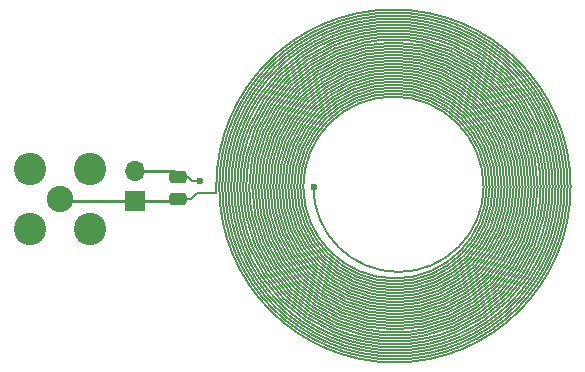
<source format=gbr>
%TF.GenerationSoftware,KiCad,Pcbnew,8.0.1*%
%TF.CreationDate,2024-06-16T17:47:39-07:00*%
%TF.ProjectId,eddy_pcb_coil,65646479-5f70-4636-925f-636f696c2e6b,rev?*%
%TF.SameCoordinates,Original*%
%TF.FileFunction,Copper,L1,Top*%
%TF.FilePolarity,Positive*%
%FSLAX46Y46*%
G04 Gerber Fmt 4.6, Leading zero omitted, Abs format (unit mm)*
G04 Created by KiCad (PCBNEW 8.0.1) date 2024-06-16 17:47:39*
%MOMM*%
%LPD*%
G01*
G04 APERTURE LIST*
G04 Aperture macros list*
%AMRoundRect*
0 Rectangle with rounded corners*
0 $1 Rounding radius*
0 $2 $3 $4 $5 $6 $7 $8 $9 X,Y pos of 4 corners*
0 Add a 4 corners polygon primitive as box body*
4,1,4,$2,$3,$4,$5,$6,$7,$8,$9,$2,$3,0*
0 Add four circle primitives for the rounded corners*
1,1,$1+$1,$2,$3*
1,1,$1+$1,$4,$5*
1,1,$1+$1,$6,$7*
1,1,$1+$1,$8,$9*
0 Add four rect primitives between the rounded corners*
20,1,$1+$1,$2,$3,$4,$5,0*
20,1,$1+$1,$4,$5,$6,$7,0*
20,1,$1+$1,$6,$7,$8,$9,0*
20,1,$1+$1,$8,$9,$2,$3,0*%
G04 Aperture macros list end*
%TA.AperFunction,EtchedComponent*%
%ADD10C,0.127000*%
%TD*%
%TA.AperFunction,ComponentPad*%
%ADD11R,1.700000X1.700000*%
%TD*%
%TA.AperFunction,ComponentPad*%
%ADD12O,1.700000X1.700000*%
%TD*%
%TA.AperFunction,ComponentPad*%
%ADD13C,0.600000*%
%TD*%
%TA.AperFunction,SMDPad,CuDef*%
%ADD14RoundRect,0.031750X0.476250X0.031750X-0.476250X0.031750X-0.476250X-0.031750X0.476250X-0.031750X0*%
%TD*%
%TA.AperFunction,ComponentPad*%
%ADD15C,2.240000*%
%TD*%
%TA.AperFunction,ComponentPad*%
%ADD16C,2.740000*%
%TD*%
%TA.AperFunction,SMDPad,CuDef*%
%ADD17RoundRect,0.250000X0.475000X-0.250000X0.475000X0.250000X-0.475000X0.250000X-0.475000X-0.250000X0*%
%TD*%
%TA.AperFunction,ViaPad*%
%ADD18C,0.600000*%
%TD*%
%TA.AperFunction,Conductor*%
%ADD19C,0.254000*%
%TD*%
%TA.AperFunction,Conductor*%
%ADD20C,0.127000*%
%TD*%
G04 APERTURE END LIST*
D10*
%TO.C,L1*%
X148627200Y-67979800D02*
X148127200Y-67979800D01*
X148627200Y-67479800D02*
X148627200Y-67979800D01*
X178627200Y-67479800D02*
G75*
G02*
X148881200Y-67479800I-14873000J0D01*
G01*
X178373200Y-67479800D02*
G75*
G02*
X149135200Y-67479800I-14619000J0D01*
G01*
X178119200Y-67479800D02*
G75*
G02*
X149389200Y-67479800I-14365000J0D01*
G01*
X177865200Y-67479800D02*
G75*
G02*
X149643200Y-67479800I-14111000J0D01*
G01*
X177611200Y-67479800D02*
G75*
G02*
X149897200Y-67479800I-13857000J0D01*
G01*
X177357200Y-67479800D02*
G75*
G02*
X150151200Y-67479800I-13603000J0D01*
G01*
X177103200Y-67479800D02*
G75*
G02*
X150405200Y-67479800I-13349000J0D01*
G01*
X176849200Y-67479800D02*
G75*
G02*
X150659200Y-67479800I-13095000J0D01*
G01*
X176595200Y-67479800D02*
G75*
G02*
X150913200Y-67479800I-12841000J0D01*
G01*
X176341200Y-67479800D02*
G75*
G02*
X151167200Y-67479800I-12587000J0D01*
G01*
X176087200Y-67479800D02*
G75*
G02*
X151421200Y-67479800I-12333000J0D01*
G01*
X175833200Y-67479800D02*
G75*
G02*
X151675200Y-67479800I-12079000J0D01*
G01*
X175579200Y-67479800D02*
G75*
G02*
X151929200Y-67479800I-11825000J0D01*
G01*
X175325200Y-67479800D02*
G75*
G02*
X152183200Y-67479800I-11571000J0D01*
G01*
X175071200Y-67479800D02*
G75*
G02*
X152437200Y-67479800I-11317000J0D01*
G01*
X174817200Y-67479800D02*
G75*
G02*
X152691200Y-67479800I-11063000J0D01*
G01*
X174563200Y-67479800D02*
G75*
G02*
X152945200Y-67479800I-10809000J0D01*
G01*
X174309200Y-67479800D02*
G75*
G02*
X153199200Y-67479800I-10555000J0D01*
G01*
X174055200Y-67479800D02*
G75*
G02*
X153453200Y-67479800I-10301000J0D01*
G01*
X173801200Y-67479800D02*
G75*
G02*
X153707200Y-67479800I-10047000J0D01*
G01*
X173547200Y-67479800D02*
G75*
G02*
X153961200Y-67479800I-9793000J0D01*
G01*
X173293200Y-67479800D02*
G75*
G02*
X154215200Y-67479800I-9539000J0D01*
G01*
X173039200Y-67479800D02*
G75*
G02*
X154469200Y-67479800I-9285000J0D01*
G01*
X172785200Y-67479800D02*
G75*
G02*
X154723200Y-67479800I-9031000J0D01*
G01*
X172531200Y-67479800D02*
G75*
G02*
X154977200Y-67479800I-8777000J0D01*
G01*
X172277200Y-67479800D02*
G75*
G02*
X155231200Y-67479800I-8523000J0D01*
G01*
X172023200Y-67479800D02*
G75*
G02*
X155485200Y-67479800I-8269000J0D01*
G01*
X171769200Y-67479800D02*
G75*
G02*
X155739200Y-67479800I-8015000J0D01*
G01*
X171515200Y-67479800D02*
G75*
G02*
X155993200Y-67479800I-7761000J0D01*
G01*
X171261199Y-67479800D02*
G75*
G02*
X156847201Y-67479800I-7206999J-6244D01*
G01*
X155993200Y-67479800D02*
G75*
G02*
X171261200Y-67479800I7634000J4226D01*
G01*
X155739200Y-67479800D02*
G75*
G02*
X171515200Y-67479800I7888000J0D01*
G01*
X155485200Y-67479800D02*
G75*
G02*
X171769200Y-67479800I8142000J0D01*
G01*
X155231200Y-67479800D02*
G75*
G02*
X172023200Y-67479800I8396000J0D01*
G01*
X154977200Y-67479800D02*
G75*
G02*
X172277200Y-67479800I8650000J0D01*
G01*
X154723200Y-67479800D02*
G75*
G02*
X172531200Y-67479800I8904000J0D01*
G01*
X154469200Y-67479800D02*
G75*
G02*
X172785200Y-67479800I9158000J0D01*
G01*
X154215200Y-67479800D02*
G75*
G02*
X173039200Y-67479800I9412000J0D01*
G01*
X153961200Y-67479800D02*
G75*
G02*
X173293200Y-67479800I9666000J0D01*
G01*
X153707200Y-67479800D02*
G75*
G02*
X173547200Y-67479800I9920000J0D01*
G01*
X153453200Y-67479800D02*
G75*
G02*
X173801200Y-67479800I10174000J0D01*
G01*
X153199200Y-67479800D02*
G75*
G02*
X174055200Y-67479800I10428000J0D01*
G01*
X152945200Y-67479800D02*
G75*
G02*
X174309200Y-67479800I10682000J0D01*
G01*
X152691200Y-67479800D02*
G75*
G02*
X174563200Y-67479800I10936000J0D01*
G01*
X152437200Y-67479800D02*
G75*
G02*
X174817200Y-67479800I11190000J0D01*
G01*
X152183200Y-67479800D02*
G75*
G02*
X175071200Y-67479800I11444000J0D01*
G01*
X151929200Y-67479800D02*
G75*
G02*
X175325200Y-67479800I11698000J0D01*
G01*
X151675200Y-67479800D02*
G75*
G02*
X175579200Y-67479800I11952000J0D01*
G01*
X151421200Y-67479800D02*
G75*
G02*
X175833200Y-67479800I12206000J0D01*
G01*
X151167200Y-67479800D02*
G75*
G02*
X176087200Y-67479800I12460000J0D01*
G01*
X150913200Y-67479800D02*
G75*
G02*
X176341200Y-67479800I12714000J0D01*
G01*
X150659200Y-67479800D02*
G75*
G02*
X176595200Y-67479800I12968000J0D01*
G01*
X150405200Y-67479800D02*
G75*
G02*
X176849200Y-67479800I13222000J0D01*
G01*
X150151200Y-67479800D02*
G75*
G02*
X177103200Y-67479800I13476000J0D01*
G01*
X149897200Y-67479800D02*
G75*
G02*
X177357200Y-67479800I13730000J0D01*
G01*
X149643200Y-67479800D02*
G75*
G02*
X177611200Y-67479800I13984000J0D01*
G01*
X149389200Y-67479800D02*
G75*
G02*
X177865200Y-67479800I14238000J0D01*
G01*
X149135200Y-67479800D02*
G75*
G02*
X178119200Y-67479800I14492000J0D01*
G01*
X148881200Y-67479800D02*
G75*
G02*
X178373200Y-67479800I14746000J0D01*
G01*
X148627200Y-67479800D02*
G75*
G02*
X178627200Y-67479800I15000000J0D01*
G01*
%TD*%
D11*
%TO.P,J2,1,Pin_1*%
%TO.N,Net-(J1-In)*%
X141757400Y-68686600D03*
D12*
%TO.P,J2,2,Pin_2*%
%TO.N,Net-(J1-Ext)*%
X141757400Y-66146600D03*
%TD*%
D13*
%TO.P,L1,*%
%TO.N,*%
X156911200Y-67479800D03*
D14*
%TO.P,L1,1,1*%
%TO.N,Net-(J1-In)*%
X147777200Y-67979800D03*
%TD*%
D15*
%TO.P,J1,1,In*%
%TO.N,Net-(J1-In)*%
X135407400Y-68554600D03*
D16*
%TO.P,J1,2,Ext*%
%TO.N,Net-(J1-Ext)*%
X132867400Y-66014600D03*
X132867400Y-71094600D03*
X137947400Y-66014600D03*
X137947400Y-71094600D03*
%TD*%
D17*
%TO.P,C1,1*%
%TO.N,Net-(J1-In)*%
X145415000Y-68539400D03*
%TO.P,C1,2*%
%TO.N,Net-(J1-Ext)*%
X145415000Y-66639400D03*
%TD*%
D18*
%TO.N,Net-(J1-Ext)*%
X147243800Y-66979800D03*
%TD*%
D19*
%TO.N,Net-(J1-In)*%
X135539400Y-68686600D02*
X135407400Y-68554600D01*
X141757400Y-68686600D02*
X135539400Y-68686600D01*
X141757400Y-68686600D02*
X145267800Y-68686600D01*
X145267800Y-68686600D02*
X145415000Y-68539400D01*
%TO.N,Net-(J1-Ext)*%
X144922200Y-66146600D02*
X145415000Y-66639400D01*
X141757400Y-66146600D02*
X144922200Y-66146600D01*
D20*
X146243000Y-66639400D02*
X145415000Y-66639400D01*
X146583400Y-66979800D02*
X146243000Y-66639400D01*
X147243800Y-66979800D02*
X146583400Y-66979800D01*
%TO.N,Net-(J1-In)*%
X146471600Y-68539400D02*
X147031200Y-67979800D01*
X147031200Y-67979800D02*
X147777200Y-67979800D01*
X145415000Y-68539400D02*
X146471600Y-68539400D01*
%TD*%
M02*

</source>
